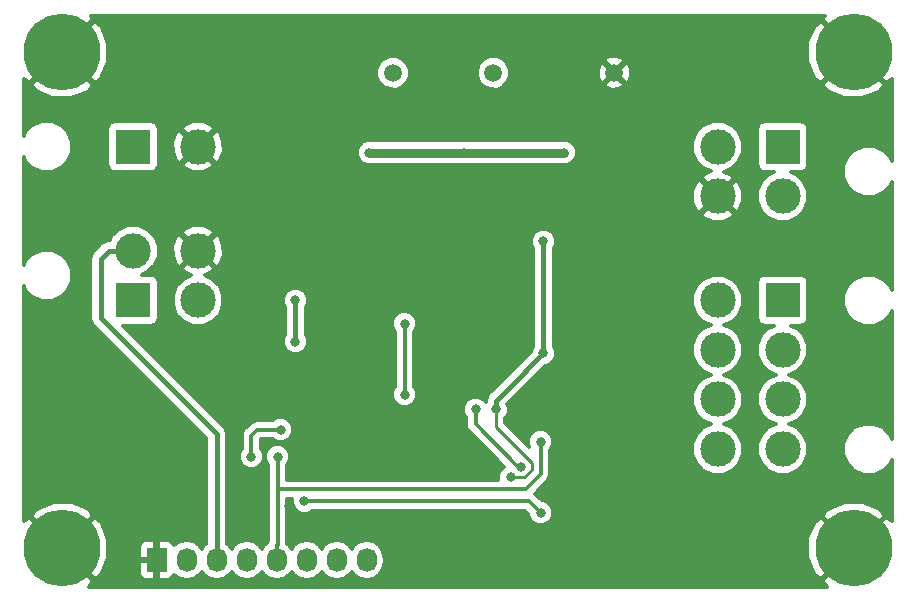
<source format=gbr>
%TF.GenerationSoftware,KiCad,Pcbnew,no-vcs-found*%
%TF.CreationDate,2017-10-06T14:05:24+10:30*%
%TF.ProjectId,clearpath-sc-single-channel,636C656172706174682D73632D73696E,1.0*%
%TF.SameCoordinates,Original*%
%TF.FileFunction,Copper,L2,Bot,Signal*%
%TF.FilePolarity,Positive*%
%FSLAX46Y46*%
G04 Gerber Fmt 4.6, Leading zero omitted, Abs format (unit mm)*
G04 Created by KiCad (PCBNEW no-vcs-found) date Fri Oct  6 14:05:24 2017*
%MOMM*%
%LPD*%
G01*
G04 APERTURE LIST*
%TA.AperFunction,ComponentPad*%
%ADD10R,3.000000X3.000000*%
%TD*%
%TA.AperFunction,ComponentPad*%
%ADD11C,3.000000*%
%TD*%
%TA.AperFunction,ComponentPad*%
%ADD12C,6.500000*%
%TD*%
%TA.AperFunction,ComponentPad*%
%ADD13C,1.500000*%
%TD*%
%TA.AperFunction,ComponentPad*%
%ADD14R,1.727200X2.032000*%
%TD*%
%TA.AperFunction,ComponentPad*%
%ADD15O,1.727200X2.032000*%
%TD*%
%TA.AperFunction,ViaPad*%
%ADD16C,0.800000*%
%TD*%
%TA.AperFunction,Conductor*%
%ADD17C,0.300000*%
%TD*%
%TA.AperFunction,Conductor*%
%ADD18C,0.450000*%
%TD*%
%TA.AperFunction,Conductor*%
%ADD19C,0.800000*%
%TD*%
%TA.AperFunction,Conductor*%
%ADD20C,0.250000*%
%TD*%
%TA.AperFunction,Conductor*%
%ADD21C,0.400000*%
%TD*%
%TA.AperFunction,Conductor*%
%ADD22C,0.350000*%
%TD*%
G04 APERTURE END LIST*
D10*
%TO.P,P4,1*%
%TO.N,MOTOR_RX_B*%
X165000000Y-125000000D03*
D11*
%TO.P,P4,2*%
%TO.N,INPUT_B+*%
X165000000Y-129200000D03*
%TO.P,P4,3*%
%TO.N,INPUT_A+*%
X165000000Y-133400000D03*
%TO.P,P4,4*%
%TO.N,MOTOR_TX_A*%
X165000000Y-137600000D03*
%TO.P,P4,5*%
%TO.N,MOTOR_RX_A*%
X159500000Y-125000000D03*
%TO.P,P4,6*%
%TO.N,INPUT_B-*%
X159500000Y-129200000D03*
%TO.P,P4,7*%
%TO.N,INPUT_A-*%
X159500000Y-133400000D03*
%TO.P,P4,8*%
%TO.N,MOTOR_TX_B*%
X159500000Y-137600000D03*
%TD*%
D10*
%TO.P,P2,1*%
%TO.N,INPUT_A+*%
X110000000Y-125000000D03*
D11*
%TO.P,P2,2*%
%TO.N,+POWER*%
X110000000Y-120800000D03*
%TO.P,P2,3*%
%TO.N,INPUT_A-*%
X115500000Y-125000000D03*
%TO.P,P2,4*%
%TO.N,GND*%
X115500000Y-120800000D03*
%TD*%
D10*
%TO.P,P3,1*%
%TO.N,INPUT_B+*%
X165000000Y-112000000D03*
D11*
%TO.P,P3,2*%
%TO.N,+POWER*%
X165000000Y-116200000D03*
%TO.P,P3,3*%
%TO.N,INPUT_B-*%
X159500000Y-112000000D03*
%TO.P,P3,4*%
%TO.N,GND*%
X159500000Y-116200000D03*
%TD*%
D10*
%TO.P,P1,1*%
%TO.N,Net-(D1-PadA)*%
X110000000Y-112000000D03*
D11*
%TO.P,P1,2*%
%TO.N,GND*%
X115500000Y-112000000D03*
%TD*%
D12*
%TO.P,MNT1,1*%
%TO.N,GND*%
X171000000Y-104000000D03*
%TD*%
%TO.P,MNT2,1*%
%TO.N,GND*%
X171000000Y-146000000D03*
%TD*%
%TO.P,MNT3,1*%
%TO.N,GND*%
X104000000Y-146000000D03*
%TD*%
%TO.P,MNT4,1*%
%TO.N,GND*%
X104000000Y-104000000D03*
%TD*%
D13*
%TO.P,TEST1,1*%
%TO.N,+12V*%
X132000000Y-105750000D03*
%TD*%
%TO.P,TEST2,1*%
%TO.N,+5V*%
X140500000Y-105750000D03*
%TD*%
%TO.P,TEST3,1*%
%TO.N,GND*%
X150750000Y-105750000D03*
%TD*%
D14*
%TO.P,P5,1*%
%TO.N,GND*%
X112000000Y-147000000D03*
D15*
%TO.P,P5,2*%
%TO.N,Net-(P5-Pad2)*%
X114540000Y-147000000D03*
%TO.P,P5,3*%
%TO.N,+POWER*%
X117080000Y-147000000D03*
%TO.P,P5,4*%
%TO.N,SERIAL_TX*%
X119620000Y-147000000D03*
%TO.P,P5,5*%
%TO.N,SERIAL_RX*%
X122160000Y-147000000D03*
%TO.P,P5,6*%
%TO.N,Net-(P5-Pad6)*%
X124700000Y-147000000D03*
%TO.P,P5,7*%
%TO.N,Net-(P5-Pad7)*%
X127240000Y-147000000D03*
%TO.P,P5,8*%
%TO.N,Net-(P5-Pad8)*%
X129780000Y-147000000D03*
%TD*%
D16*
%TO.N,GND*%
X123200000Y-142400000D03*
X148750000Y-142000000D03*
X139000000Y-138474991D03*
X119250000Y-131500000D03*
X106500000Y-139250000D03*
X144750000Y-108000000D03*
X136250000Y-108000000D03*
X143750000Y-117500000D03*
X140500000Y-117000000D03*
X135500000Y-117500000D03*
X132000000Y-117250000D03*
X110500000Y-139250000D03*
X108250000Y-134250000D03*
X150750000Y-137250000D03*
X133250000Y-125750000D03*
X141000000Y-122250000D03*
%TO.N,USB_3V3OUT*%
X120000000Y-138250000D03*
X122500000Y-135975000D03*
%TO.N,+POWER*%
X130000000Y-112500000D03*
X146500000Y-112500000D03*
X138000000Y-112500000D03*
%TO.N,+5V*%
X142000000Y-140000000D03*
X140750000Y-134250000D03*
X144750000Y-119999999D03*
X144750000Y-129500000D03*
%TO.N,Net-(C11-Pad1)*%
X142815686Y-139125012D03*
X139000000Y-134250000D03*
%TO.N,INPUT_A+*%
X123750000Y-128500000D03*
X123750000Y-125000000D03*
%TO.N,Net-(R9-Pad2)*%
X133000006Y-133000000D03*
X133000000Y-127000000D03*
%TO.N,SERIAL_RX*%
X144500000Y-137000000D03*
X122250000Y-138250000D03*
%TO.N,SERIAL_TX*%
X124500000Y-142000000D03*
X144500000Y-143000000D03*
%TD*%
D17*
%TO.N,USB_3V3OUT*%
X122500000Y-135975000D02*
X120525000Y-135975000D01*
X120525000Y-135975000D02*
X120000000Y-136500000D01*
X120000000Y-136500000D02*
X120000000Y-138250000D01*
D18*
%TO.N,+POWER*%
X117080000Y-147000000D02*
X117080000Y-136330000D01*
X117080000Y-136330000D02*
X107250000Y-126500000D01*
X107250000Y-126500000D02*
X107250000Y-121500000D01*
X107250000Y-121500000D02*
X107950000Y-120800000D01*
X107950000Y-120800000D02*
X110000000Y-120800000D01*
D19*
X138000000Y-112500000D02*
X146500000Y-112500000D01*
X130000000Y-112500000D02*
X138000000Y-112500000D01*
D20*
%TO.N,+5V*%
X142000000Y-140000000D02*
X143087700Y-140000000D01*
X143087700Y-140000000D02*
X143750000Y-139337700D01*
X143750000Y-139337700D02*
X143750000Y-138750000D01*
X143750000Y-138750000D02*
X140750000Y-135750000D01*
X140750000Y-135750000D02*
X140750000Y-134250000D01*
D21*
X141750000Y-132500000D02*
X140750000Y-133500000D01*
X140750000Y-133500000D02*
X140750000Y-134250000D01*
X144750000Y-129500000D02*
X141750000Y-132500000D01*
X144750000Y-129500000D02*
X144750000Y-119999999D01*
D22*
%TO.N,Net-(C11-Pad1)*%
X139000000Y-134250000D02*
X139000000Y-135500000D01*
X142625012Y-139125012D02*
X142815686Y-139125012D01*
X139000000Y-135500000D02*
X142625012Y-139125012D01*
D21*
%TO.N,INPUT_A+*%
X123750000Y-125000000D02*
X123750000Y-128500000D01*
D20*
%TO.N,Net-(R9-Pad2)*%
X133000000Y-132999994D02*
X133000006Y-133000000D01*
D17*
X133000000Y-127000000D02*
X133000000Y-132999994D01*
%TO.N,SERIAL_RX*%
X122250000Y-138250000D02*
X122250000Y-145684000D01*
X122250000Y-145684000D02*
X122160000Y-145684000D01*
X122160000Y-145684000D02*
X122160000Y-147000000D01*
X122250000Y-138250000D02*
X122250000Y-141000000D01*
X122250000Y-141000000D02*
X143250000Y-141000000D01*
X143250000Y-141000000D02*
X144500000Y-139750000D01*
X144500000Y-139750000D02*
X144500000Y-137000000D01*
%TO.N,SERIAL_TX*%
X124500000Y-142000000D02*
X143500000Y-142000000D01*
X143500000Y-142000000D02*
X144500000Y-143000000D01*
%TD*%
%TO.N,GND*%
G36*
X168373349Y-101226270D02*
X171000000Y-103852922D01*
X171014142Y-103838779D01*
X171161221Y-103985858D01*
X171147078Y-104000000D01*
X173773730Y-106626651D01*
X174267000Y-106269170D01*
X174267000Y-113209470D01*
X174130530Y-112879188D01*
X173524005Y-112271603D01*
X172731136Y-111942375D01*
X171872630Y-111941626D01*
X171079188Y-112269470D01*
X170471603Y-112875995D01*
X170142375Y-113668864D01*
X170141626Y-114527370D01*
X170469470Y-115320812D01*
X171075995Y-115928397D01*
X171868864Y-116257625D01*
X172727370Y-116258374D01*
X173520812Y-115930530D01*
X174128397Y-115324005D01*
X174267000Y-114990212D01*
X174267000Y-124109470D01*
X174130530Y-123779188D01*
X173524005Y-123171603D01*
X172731136Y-122842375D01*
X171872630Y-122841626D01*
X171079188Y-123169470D01*
X170471603Y-123775995D01*
X170142375Y-124568864D01*
X170141626Y-125427370D01*
X170469470Y-126220812D01*
X171075995Y-126828397D01*
X171868864Y-127157625D01*
X172727370Y-127158374D01*
X173520812Y-126830530D01*
X174128397Y-126224005D01*
X174267000Y-125890212D01*
X174267000Y-136709470D01*
X174130530Y-136379188D01*
X173524005Y-135771603D01*
X172731136Y-135442375D01*
X171872630Y-135441626D01*
X171079188Y-135769470D01*
X170471603Y-136375995D01*
X170142375Y-137168864D01*
X170141626Y-138027370D01*
X170469470Y-138820812D01*
X171075995Y-139428397D01*
X171868864Y-139757625D01*
X172727370Y-139758374D01*
X173520812Y-139430530D01*
X174128397Y-138824005D01*
X174267000Y-138490212D01*
X174267000Y-143730830D01*
X173773730Y-143373349D01*
X171147078Y-146000000D01*
X171161221Y-146014142D01*
X171014142Y-146161221D01*
X171000000Y-146147078D01*
X168373349Y-148773730D01*
X168730830Y-149267000D01*
X106269170Y-149267000D01*
X106626651Y-148773730D01*
X104000000Y-146147078D01*
X103985858Y-146161221D01*
X103838779Y-146014142D01*
X103852922Y-146000000D01*
X104147078Y-146000000D01*
X106773730Y-148626651D01*
X107283610Y-148257132D01*
X107708449Y-147268500D01*
X110478400Y-147268500D01*
X110478400Y-148146884D01*
X110578574Y-148388727D01*
X110763673Y-148573825D01*
X111005515Y-148674000D01*
X111731500Y-148674000D01*
X111896000Y-148509500D01*
X111896000Y-147104000D01*
X110642900Y-147104000D01*
X110478400Y-147268500D01*
X107708449Y-147268500D01*
X107897427Y-146828735D01*
X107910273Y-145853116D01*
X110478400Y-145853116D01*
X110478400Y-146731500D01*
X110642900Y-146896000D01*
X111896000Y-146896000D01*
X111896000Y-145490500D01*
X111731500Y-145326000D01*
X111005515Y-145326000D01*
X110763673Y-145426175D01*
X110578574Y-145611273D01*
X110478400Y-145853116D01*
X107910273Y-145853116D01*
X107917896Y-145274170D01*
X107341901Y-143830107D01*
X107283610Y-143742868D01*
X106773730Y-143373349D01*
X104147078Y-146000000D01*
X103852922Y-146000000D01*
X101226270Y-143373349D01*
X100733000Y-143730830D01*
X100733000Y-143226270D01*
X101373349Y-143226270D01*
X104000000Y-145852922D01*
X106626651Y-143226270D01*
X106257132Y-142716390D01*
X104828735Y-142102573D01*
X103274170Y-142082104D01*
X101830107Y-142658099D01*
X101742868Y-142716390D01*
X101373349Y-143226270D01*
X100733000Y-143226270D01*
X100733000Y-123790530D01*
X100869470Y-124120812D01*
X101475995Y-124728397D01*
X102268864Y-125057625D01*
X103127370Y-125058374D01*
X103920812Y-124730530D01*
X104528397Y-124124005D01*
X104857625Y-123331136D01*
X104858374Y-122472630D01*
X104530530Y-121679188D01*
X104351655Y-121500000D01*
X106367000Y-121500000D01*
X106367000Y-126500000D01*
X106434214Y-126837910D01*
X106625625Y-127124375D01*
X116197000Y-136695751D01*
X116197000Y-145609956D01*
X116004066Y-145738870D01*
X115810000Y-146029311D01*
X115615934Y-145738870D01*
X115122291Y-145409029D01*
X114540000Y-145293204D01*
X113957709Y-145409029D01*
X113472064Y-145733526D01*
X113421426Y-145611273D01*
X113236327Y-145426175D01*
X112994485Y-145326000D01*
X112268500Y-145326000D01*
X112104000Y-145490500D01*
X112104000Y-146896000D01*
X112124000Y-146896000D01*
X112124000Y-147104000D01*
X112104000Y-147104000D01*
X112104000Y-148509500D01*
X112268500Y-148674000D01*
X112994485Y-148674000D01*
X113236327Y-148573825D01*
X113421426Y-148388727D01*
X113472064Y-148266474D01*
X113957709Y-148590971D01*
X114540000Y-148706796D01*
X115122291Y-148590971D01*
X115615934Y-148261130D01*
X115810000Y-147970689D01*
X116004066Y-148261130D01*
X116497709Y-148590971D01*
X117080000Y-148706796D01*
X117662291Y-148590971D01*
X118155934Y-148261130D01*
X118350000Y-147970689D01*
X118544066Y-148261130D01*
X119037709Y-148590971D01*
X119620000Y-148706796D01*
X120202291Y-148590971D01*
X120695934Y-148261130D01*
X120890000Y-147970689D01*
X121084066Y-148261130D01*
X121577709Y-148590971D01*
X122160000Y-148706796D01*
X122742291Y-148590971D01*
X123235934Y-148261130D01*
X123430000Y-147970689D01*
X123624066Y-148261130D01*
X124117709Y-148590971D01*
X124700000Y-148706796D01*
X125282291Y-148590971D01*
X125775934Y-148261130D01*
X125970000Y-147970689D01*
X126164066Y-148261130D01*
X126657709Y-148590971D01*
X127240000Y-148706796D01*
X127822291Y-148590971D01*
X128315934Y-148261130D01*
X128510000Y-147970689D01*
X128704066Y-148261130D01*
X129197709Y-148590971D01*
X129780000Y-148706796D01*
X130362291Y-148590971D01*
X130855934Y-148261130D01*
X131185775Y-147767487D01*
X131301600Y-147185196D01*
X131301600Y-146814804D01*
X131283902Y-146725830D01*
X167082104Y-146725830D01*
X167658099Y-148169893D01*
X167716390Y-148257132D01*
X168226270Y-148626651D01*
X170852922Y-146000000D01*
X168226270Y-143373349D01*
X167716390Y-143742868D01*
X167102573Y-145171265D01*
X167082104Y-146725830D01*
X131283902Y-146725830D01*
X131185775Y-146232513D01*
X130855934Y-145738870D01*
X130362291Y-145409029D01*
X129780000Y-145293204D01*
X129197709Y-145409029D01*
X128704066Y-145738870D01*
X128510000Y-146029311D01*
X128315934Y-145738870D01*
X127822291Y-145409029D01*
X127240000Y-145293204D01*
X126657709Y-145409029D01*
X126164066Y-145738870D01*
X125970000Y-146029311D01*
X125775934Y-145738870D01*
X125282291Y-145409029D01*
X124700000Y-145293204D01*
X124117709Y-145409029D01*
X123624066Y-145738870D01*
X123430000Y-146029311D01*
X123235934Y-145738870D01*
X123058000Y-145619979D01*
X123058000Y-141808000D01*
X123442167Y-141808000D01*
X123441817Y-142209526D01*
X123602549Y-142598526D01*
X123899909Y-142896405D01*
X124288628Y-143057816D01*
X124709526Y-143058183D01*
X125098526Y-142897451D01*
X125188133Y-142808000D01*
X143165316Y-142808000D01*
X143441926Y-143084610D01*
X143441817Y-143209526D01*
X143602549Y-143598526D01*
X143899909Y-143896405D01*
X144288628Y-144057816D01*
X144709526Y-144058183D01*
X145098526Y-143897451D01*
X145396405Y-143600091D01*
X145551629Y-143226270D01*
X168373349Y-143226270D01*
X171000000Y-145852922D01*
X173626651Y-143226270D01*
X173257132Y-142716390D01*
X171828735Y-142102573D01*
X170274170Y-142082104D01*
X168830107Y-142658099D01*
X168742868Y-142716390D01*
X168373349Y-143226270D01*
X145551629Y-143226270D01*
X145557816Y-143211372D01*
X145558183Y-142790474D01*
X145397451Y-142401474D01*
X145100091Y-142103595D01*
X144711372Y-141942184D01*
X144584758Y-141942074D01*
X144071342Y-141428658D01*
X144007011Y-141385673D01*
X145071342Y-140321342D01*
X145246495Y-140059209D01*
X145308000Y-139750000D01*
X145308000Y-137688342D01*
X145396405Y-137600091D01*
X145557816Y-137211372D01*
X145558183Y-136790474D01*
X145397451Y-136401474D01*
X145100091Y-136103595D01*
X144711372Y-135942184D01*
X144290474Y-135941817D01*
X143901474Y-136102549D01*
X143603595Y-136399909D01*
X143442184Y-136788628D01*
X143441817Y-137209526D01*
X143529807Y-137422478D01*
X141533000Y-135425670D01*
X141533000Y-134963298D01*
X141646405Y-134850091D01*
X141807816Y-134461372D01*
X141808183Y-134040474D01*
X141695539Y-133767856D01*
X142356695Y-133106700D01*
X142356698Y-133106698D01*
X144905259Y-130558136D01*
X144959526Y-130558183D01*
X145348526Y-130397451D01*
X145646405Y-130100091D01*
X145807816Y-129711372D01*
X145808183Y-129290474D01*
X145647451Y-128901474D01*
X145608000Y-128861954D01*
X145608000Y-125427370D01*
X157341626Y-125427370D01*
X157669470Y-126220812D01*
X158275995Y-126828397D01*
X158930719Y-127100262D01*
X158279188Y-127369470D01*
X157671603Y-127975995D01*
X157342375Y-128768864D01*
X157341626Y-129627370D01*
X157669470Y-130420812D01*
X158275995Y-131028397D01*
X158930719Y-131300262D01*
X158279188Y-131569470D01*
X157671603Y-132175995D01*
X157342375Y-132968864D01*
X157341626Y-133827370D01*
X157669470Y-134620812D01*
X158275995Y-135228397D01*
X158930719Y-135500262D01*
X158279188Y-135769470D01*
X157671603Y-136375995D01*
X157342375Y-137168864D01*
X157341626Y-138027370D01*
X157669470Y-138820812D01*
X158275995Y-139428397D01*
X159068864Y-139757625D01*
X159927370Y-139758374D01*
X160720812Y-139430530D01*
X161328397Y-138824005D01*
X161657625Y-138031136D01*
X161658374Y-137172630D01*
X161330530Y-136379188D01*
X160724005Y-135771603D01*
X160069281Y-135499738D01*
X160720812Y-135230530D01*
X161328397Y-134624005D01*
X161657625Y-133831136D01*
X161658374Y-132972630D01*
X161330530Y-132179188D01*
X160724005Y-131571603D01*
X160069281Y-131299738D01*
X160720812Y-131030530D01*
X161328397Y-130424005D01*
X161657625Y-129631136D01*
X161658374Y-128772630D01*
X161330530Y-127979188D01*
X160724005Y-127371603D01*
X160069281Y-127099738D01*
X160720812Y-126830530D01*
X161328397Y-126224005D01*
X161657625Y-125431136D01*
X161658374Y-124572630D01*
X161330530Y-123779188D01*
X161051830Y-123500000D01*
X162829110Y-123500000D01*
X162829110Y-126500000D01*
X162880178Y-126756738D01*
X163025609Y-126974391D01*
X163243262Y-127119822D01*
X163500000Y-127170890D01*
X164259788Y-127170890D01*
X163779188Y-127369470D01*
X163171603Y-127975995D01*
X162842375Y-128768864D01*
X162841626Y-129627370D01*
X163169470Y-130420812D01*
X163775995Y-131028397D01*
X164430719Y-131300262D01*
X163779188Y-131569470D01*
X163171603Y-132175995D01*
X162842375Y-132968864D01*
X162841626Y-133827370D01*
X163169470Y-134620812D01*
X163775995Y-135228397D01*
X164430719Y-135500262D01*
X163779188Y-135769470D01*
X163171603Y-136375995D01*
X162842375Y-137168864D01*
X162841626Y-138027370D01*
X163169470Y-138820812D01*
X163775995Y-139428397D01*
X164568864Y-139757625D01*
X165427370Y-139758374D01*
X166220812Y-139430530D01*
X166828397Y-138824005D01*
X167157625Y-138031136D01*
X167158374Y-137172630D01*
X166830530Y-136379188D01*
X166224005Y-135771603D01*
X165569281Y-135499738D01*
X166220812Y-135230530D01*
X166828397Y-134624005D01*
X167157625Y-133831136D01*
X167158374Y-132972630D01*
X166830530Y-132179188D01*
X166224005Y-131571603D01*
X165569281Y-131299738D01*
X166220812Y-131030530D01*
X166828397Y-130424005D01*
X167157625Y-129631136D01*
X167158374Y-128772630D01*
X166830530Y-127979188D01*
X166224005Y-127371603D01*
X165740634Y-127170890D01*
X166500000Y-127170890D01*
X166756738Y-127119822D01*
X166974391Y-126974391D01*
X167119822Y-126756738D01*
X167170890Y-126500000D01*
X167170890Y-123500000D01*
X167119822Y-123243262D01*
X166974391Y-123025609D01*
X166756738Y-122880178D01*
X166500000Y-122829110D01*
X163500000Y-122829110D01*
X163243262Y-122880178D01*
X163025609Y-123025609D01*
X162880178Y-123243262D01*
X162829110Y-123500000D01*
X161051830Y-123500000D01*
X160724005Y-123171603D01*
X159931136Y-122842375D01*
X159072630Y-122841626D01*
X158279188Y-123169470D01*
X157671603Y-123775995D01*
X157342375Y-124568864D01*
X157341626Y-125427370D01*
X145608000Y-125427370D01*
X145608000Y-120638428D01*
X145646405Y-120600090D01*
X145807816Y-120211371D01*
X145808183Y-119790473D01*
X145647451Y-119401473D01*
X145350091Y-119103594D01*
X144961372Y-118942183D01*
X144540474Y-118941816D01*
X144151474Y-119102548D01*
X143853595Y-119399908D01*
X143692184Y-119788627D01*
X143691817Y-120209525D01*
X143852549Y-120598525D01*
X143892000Y-120638045D01*
X143892000Y-128861571D01*
X143853595Y-128899909D01*
X143692184Y-129288628D01*
X143692135Y-129344470D01*
X141143302Y-131893302D01*
X141143300Y-131893305D01*
X140143302Y-132893302D01*
X139957311Y-133171657D01*
X139891999Y-133500000D01*
X139892000Y-133500005D01*
X139892000Y-133611571D01*
X139874779Y-133628762D01*
X139600091Y-133353595D01*
X139211372Y-133192184D01*
X138790474Y-133191817D01*
X138401474Y-133352549D01*
X138103595Y-133649909D01*
X137942184Y-134038628D01*
X137941817Y-134459526D01*
X138102549Y-134848526D01*
X138167000Y-134913089D01*
X138167000Y-135500000D01*
X138230408Y-135818776D01*
X138410980Y-136089020D01*
X141417774Y-139095814D01*
X141401474Y-139102549D01*
X141103595Y-139399909D01*
X140942184Y-139788628D01*
X140941832Y-140192000D01*
X123058000Y-140192000D01*
X123058000Y-138938342D01*
X123146405Y-138850091D01*
X123307816Y-138461372D01*
X123308183Y-138040474D01*
X123147451Y-137651474D01*
X122850091Y-137353595D01*
X122461372Y-137192184D01*
X122040474Y-137191817D01*
X121651474Y-137352549D01*
X121353595Y-137649909D01*
X121192184Y-138038628D01*
X121191817Y-138459526D01*
X121352549Y-138848526D01*
X121442000Y-138938133D01*
X121442000Y-145332146D01*
X121413505Y-145374792D01*
X121380482Y-145540812D01*
X121084066Y-145738870D01*
X120890000Y-146029311D01*
X120695934Y-145738870D01*
X120202291Y-145409029D01*
X119620000Y-145293204D01*
X119037709Y-145409029D01*
X118544066Y-145738870D01*
X118350000Y-146029311D01*
X118155934Y-145738870D01*
X117963000Y-145609956D01*
X117963000Y-138459526D01*
X118941817Y-138459526D01*
X119102549Y-138848526D01*
X119399909Y-139146405D01*
X119788628Y-139307816D01*
X120209526Y-139308183D01*
X120598526Y-139147451D01*
X120896405Y-138850091D01*
X121057816Y-138461372D01*
X121058183Y-138040474D01*
X120897451Y-137651474D01*
X120808000Y-137561867D01*
X120808000Y-136834684D01*
X120859684Y-136783000D01*
X121811658Y-136783000D01*
X121899909Y-136871405D01*
X122288628Y-137032816D01*
X122709526Y-137033183D01*
X123098526Y-136872451D01*
X123396405Y-136575091D01*
X123557816Y-136186372D01*
X123558183Y-135765474D01*
X123397451Y-135376474D01*
X123100091Y-135078595D01*
X122711372Y-134917184D01*
X122290474Y-134916817D01*
X121901474Y-135077549D01*
X121811867Y-135167000D01*
X120525000Y-135167000D01*
X120215791Y-135228505D01*
X119953658Y-135403658D01*
X119428658Y-135928658D01*
X119253505Y-136190791D01*
X119253505Y-136190792D01*
X119192000Y-136500000D01*
X119192000Y-137561658D01*
X119103595Y-137649909D01*
X118942184Y-138038628D01*
X118941817Y-138459526D01*
X117963000Y-138459526D01*
X117963000Y-136330000D01*
X117895786Y-135992091D01*
X117832271Y-135897035D01*
X117704375Y-135705624D01*
X109169640Y-127170890D01*
X111500000Y-127170890D01*
X111756738Y-127119822D01*
X111974391Y-126974391D01*
X112119822Y-126756738D01*
X112170890Y-126500000D01*
X112170890Y-125427370D01*
X113341626Y-125427370D01*
X113669470Y-126220812D01*
X114275995Y-126828397D01*
X115068864Y-127157625D01*
X115927370Y-127158374D01*
X116720812Y-126830530D01*
X117328397Y-126224005D01*
X117657625Y-125431136D01*
X117657818Y-125209526D01*
X122691817Y-125209526D01*
X122852549Y-125598526D01*
X122892000Y-125638046D01*
X122892000Y-127861571D01*
X122853595Y-127899909D01*
X122692184Y-128288628D01*
X122691817Y-128709526D01*
X122852549Y-129098526D01*
X123149909Y-129396405D01*
X123538628Y-129557816D01*
X123959526Y-129558183D01*
X124348526Y-129397451D01*
X124646405Y-129100091D01*
X124807816Y-128711372D01*
X124808183Y-128290474D01*
X124647451Y-127901474D01*
X124608000Y-127861954D01*
X124608000Y-127209526D01*
X131941817Y-127209526D01*
X132102549Y-127598526D01*
X132192000Y-127688133D01*
X132192000Y-132311664D01*
X132103601Y-132399909D01*
X131942190Y-132788628D01*
X131941823Y-133209526D01*
X132102555Y-133598526D01*
X132399915Y-133896405D01*
X132788634Y-134057816D01*
X133209532Y-134058183D01*
X133598532Y-133897451D01*
X133896411Y-133600091D01*
X134057822Y-133211372D01*
X134058189Y-132790474D01*
X133897457Y-132401474D01*
X133808000Y-132311861D01*
X133808000Y-127688342D01*
X133896405Y-127600091D01*
X134057816Y-127211372D01*
X134058183Y-126790474D01*
X133897451Y-126401474D01*
X133600091Y-126103595D01*
X133211372Y-125942184D01*
X132790474Y-125941817D01*
X132401474Y-126102549D01*
X132103595Y-126399909D01*
X131942184Y-126788628D01*
X131941817Y-127209526D01*
X124608000Y-127209526D01*
X124608000Y-125638429D01*
X124646405Y-125600091D01*
X124807816Y-125211372D01*
X124808183Y-124790474D01*
X124647451Y-124401474D01*
X124350091Y-124103595D01*
X123961372Y-123942184D01*
X123540474Y-123941817D01*
X123151474Y-124102549D01*
X122853595Y-124399909D01*
X122692184Y-124788628D01*
X122691817Y-125209526D01*
X117657818Y-125209526D01*
X117658374Y-124572630D01*
X117330530Y-123779188D01*
X116724005Y-123171603D01*
X116073995Y-122901695D01*
X116707708Y-122639202D01*
X116864094Y-122311172D01*
X115500000Y-120947078D01*
X114135906Y-122311172D01*
X114292292Y-122639202D01*
X114933884Y-122898955D01*
X114279188Y-123169470D01*
X113671603Y-123775995D01*
X113342375Y-124568864D01*
X113341626Y-125427370D01*
X112170890Y-125427370D01*
X112170890Y-123500000D01*
X112119822Y-123243262D01*
X111974391Y-123025609D01*
X111756738Y-122880178D01*
X111500000Y-122829110D01*
X110740212Y-122829110D01*
X111220812Y-122630530D01*
X111828397Y-122024005D01*
X112157625Y-121231136D01*
X112158360Y-120388056D01*
X113338628Y-120388056D01*
X113345509Y-121246534D01*
X113660798Y-122007708D01*
X113988828Y-122164094D01*
X115352922Y-120800000D01*
X115647078Y-120800000D01*
X117011172Y-122164094D01*
X117339202Y-122007708D01*
X117661372Y-121211944D01*
X117654491Y-120353466D01*
X117339202Y-119592292D01*
X117011172Y-119435906D01*
X115647078Y-120800000D01*
X115352922Y-120800000D01*
X113988828Y-119435906D01*
X113660798Y-119592292D01*
X113338628Y-120388056D01*
X112158360Y-120388056D01*
X112158374Y-120372630D01*
X111830530Y-119579188D01*
X111540677Y-119288828D01*
X114135906Y-119288828D01*
X115500000Y-120652922D01*
X116864094Y-119288828D01*
X116707708Y-118960798D01*
X115911944Y-118638628D01*
X115053466Y-118645509D01*
X114292292Y-118960798D01*
X114135906Y-119288828D01*
X111540677Y-119288828D01*
X111224005Y-118971603D01*
X110431136Y-118642375D01*
X109572630Y-118641626D01*
X108779188Y-118969470D01*
X108171603Y-119575995D01*
X108030005Y-119917000D01*
X107950000Y-119917000D01*
X107612091Y-119984214D01*
X107517035Y-120047729D01*
X107325624Y-120175625D01*
X106625625Y-120875625D01*
X106434214Y-121162090D01*
X106421229Y-121227370D01*
X106367000Y-121500000D01*
X104351655Y-121500000D01*
X103924005Y-121071603D01*
X103131136Y-120742375D01*
X102272630Y-120741626D01*
X101479188Y-121069470D01*
X100871603Y-121675995D01*
X100733000Y-122009788D01*
X100733000Y-117711172D01*
X158135906Y-117711172D01*
X158292292Y-118039202D01*
X159088056Y-118361372D01*
X159946534Y-118354491D01*
X160707708Y-118039202D01*
X160864094Y-117711172D01*
X159500000Y-116347078D01*
X158135906Y-117711172D01*
X100733000Y-117711172D01*
X100733000Y-115788056D01*
X157338628Y-115788056D01*
X157345509Y-116646534D01*
X157660798Y-117407708D01*
X157988828Y-117564094D01*
X159352922Y-116200000D01*
X159647078Y-116200000D01*
X161011172Y-117564094D01*
X161339202Y-117407708D01*
X161661372Y-116611944D01*
X161654491Y-115753466D01*
X161339202Y-114992292D01*
X161011172Y-114835906D01*
X159647078Y-116200000D01*
X159352922Y-116200000D01*
X157988828Y-114835906D01*
X157660798Y-114992292D01*
X157338628Y-115788056D01*
X100733000Y-115788056D01*
X100733000Y-112890530D01*
X100869470Y-113220812D01*
X101475995Y-113828397D01*
X102268864Y-114157625D01*
X103127370Y-114158374D01*
X103920812Y-113830530D01*
X104528397Y-113224005D01*
X104857625Y-112431136D01*
X104858374Y-111572630D01*
X104530530Y-110779188D01*
X104251830Y-110500000D01*
X107829110Y-110500000D01*
X107829110Y-113500000D01*
X107880178Y-113756738D01*
X108025609Y-113974391D01*
X108243262Y-114119822D01*
X108500000Y-114170890D01*
X111500000Y-114170890D01*
X111756738Y-114119822D01*
X111974391Y-113974391D01*
X112119822Y-113756738D01*
X112168667Y-113511172D01*
X114135906Y-113511172D01*
X114292292Y-113839202D01*
X115088056Y-114161372D01*
X115946534Y-114154491D01*
X116707708Y-113839202D01*
X116864094Y-113511172D01*
X115500000Y-112147078D01*
X114135906Y-113511172D01*
X112168667Y-113511172D01*
X112170890Y-113500000D01*
X112170890Y-111588056D01*
X113338628Y-111588056D01*
X113345509Y-112446534D01*
X113660798Y-113207708D01*
X113988828Y-113364094D01*
X115352922Y-112000000D01*
X115647078Y-112000000D01*
X117011172Y-113364094D01*
X117339202Y-113207708D01*
X117540894Y-112709526D01*
X128941817Y-112709526D01*
X129102549Y-113098526D01*
X129399909Y-113396405D01*
X129595119Y-113477464D01*
X129595121Y-113477465D01*
X129595123Y-113477465D01*
X129788628Y-113557816D01*
X130209526Y-113558183D01*
X130209969Y-113558000D01*
X137999650Y-113558000D01*
X138209526Y-113558183D01*
X138209969Y-113558000D01*
X146499650Y-113558000D01*
X146709526Y-113558183D01*
X146904877Y-113477465D01*
X146904879Y-113477465D01*
X146904881Y-113477464D01*
X147098526Y-113397451D01*
X147396405Y-113100091D01*
X147477464Y-112904881D01*
X147477465Y-112904879D01*
X147477465Y-112904877D01*
X147557816Y-112711372D01*
X147558063Y-112427370D01*
X157341626Y-112427370D01*
X157669470Y-113220812D01*
X158275995Y-113828397D01*
X158926005Y-114098305D01*
X158292292Y-114360798D01*
X158135906Y-114688828D01*
X159500000Y-116052922D01*
X160864094Y-114688828D01*
X160707708Y-114360798D01*
X160066116Y-114101045D01*
X160720812Y-113830530D01*
X161328397Y-113224005D01*
X161657625Y-112431136D01*
X161658374Y-111572630D01*
X161330530Y-110779188D01*
X161051830Y-110500000D01*
X162829110Y-110500000D01*
X162829110Y-113500000D01*
X162880178Y-113756738D01*
X163025609Y-113974391D01*
X163243262Y-114119822D01*
X163500000Y-114170890D01*
X164259788Y-114170890D01*
X163779188Y-114369470D01*
X163171603Y-114975995D01*
X162842375Y-115768864D01*
X162841626Y-116627370D01*
X163169470Y-117420812D01*
X163775995Y-118028397D01*
X164568864Y-118357625D01*
X165427370Y-118358374D01*
X166220812Y-118030530D01*
X166828397Y-117424005D01*
X167157625Y-116631136D01*
X167158374Y-115772630D01*
X166830530Y-114979188D01*
X166224005Y-114371603D01*
X165740634Y-114170890D01*
X166500000Y-114170890D01*
X166756738Y-114119822D01*
X166974391Y-113974391D01*
X167119822Y-113756738D01*
X167170890Y-113500000D01*
X167170890Y-110500000D01*
X167119822Y-110243262D01*
X166974391Y-110025609D01*
X166756738Y-109880178D01*
X166500000Y-109829110D01*
X163500000Y-109829110D01*
X163243262Y-109880178D01*
X163025609Y-110025609D01*
X162880178Y-110243262D01*
X162829110Y-110500000D01*
X161051830Y-110500000D01*
X160724005Y-110171603D01*
X159931136Y-109842375D01*
X159072630Y-109841626D01*
X158279188Y-110169470D01*
X157671603Y-110775995D01*
X157342375Y-111568864D01*
X157341626Y-112427370D01*
X147558063Y-112427370D01*
X147558183Y-112290474D01*
X147397451Y-111901474D01*
X147100091Y-111603595D01*
X146904881Y-111522536D01*
X146904879Y-111522535D01*
X146904877Y-111522535D01*
X146711372Y-111442184D01*
X146290474Y-111441817D01*
X146290031Y-111442000D01*
X138000350Y-111442000D01*
X137790474Y-111441817D01*
X137790031Y-111442000D01*
X130000350Y-111442000D01*
X129790474Y-111441817D01*
X129595123Y-111522535D01*
X129595121Y-111522535D01*
X129595119Y-111522536D01*
X129401474Y-111602549D01*
X129103595Y-111899909D01*
X129022536Y-112095119D01*
X129022535Y-112095121D01*
X129022535Y-112095123D01*
X128942184Y-112288628D01*
X128941817Y-112709526D01*
X117540894Y-112709526D01*
X117661372Y-112411944D01*
X117654491Y-111553466D01*
X117339202Y-110792292D01*
X117011172Y-110635906D01*
X115647078Y-112000000D01*
X115352922Y-112000000D01*
X113988828Y-110635906D01*
X113660798Y-110792292D01*
X113338628Y-111588056D01*
X112170890Y-111588056D01*
X112170890Y-110500000D01*
X112168668Y-110488828D01*
X114135906Y-110488828D01*
X115500000Y-111852922D01*
X116864094Y-110488828D01*
X116707708Y-110160798D01*
X115911944Y-109838628D01*
X115053466Y-109845509D01*
X114292292Y-110160798D01*
X114135906Y-110488828D01*
X112168668Y-110488828D01*
X112119822Y-110243262D01*
X111974391Y-110025609D01*
X111756738Y-109880178D01*
X111500000Y-109829110D01*
X108500000Y-109829110D01*
X108243262Y-109880178D01*
X108025609Y-110025609D01*
X107880178Y-110243262D01*
X107829110Y-110500000D01*
X104251830Y-110500000D01*
X103924005Y-110171603D01*
X103131136Y-109842375D01*
X102272630Y-109841626D01*
X101479188Y-110169470D01*
X100871603Y-110775995D01*
X100733000Y-111109788D01*
X100733000Y-106773730D01*
X101373349Y-106773730D01*
X101742868Y-107283610D01*
X103171265Y-107897427D01*
X104725830Y-107917896D01*
X106169893Y-107341901D01*
X106257132Y-107283610D01*
X106626651Y-106773730D01*
X104000000Y-104147078D01*
X101373349Y-106773730D01*
X100733000Y-106773730D01*
X100733000Y-106269170D01*
X101226270Y-106626651D01*
X103852922Y-104000000D01*
X104147078Y-104000000D01*
X106773730Y-106626651D01*
X107283610Y-106257132D01*
X107381712Y-106028840D01*
X130591756Y-106028840D01*
X130805660Y-106546526D01*
X131201391Y-106942948D01*
X131718703Y-107157755D01*
X132278840Y-107158244D01*
X132796526Y-106944340D01*
X133192948Y-106548609D01*
X133407755Y-106031297D01*
X133407757Y-106028840D01*
X139091756Y-106028840D01*
X139305660Y-106546526D01*
X139701391Y-106942948D01*
X140218703Y-107157755D01*
X140778840Y-107158244D01*
X141296526Y-106944340D01*
X141521940Y-106719318D01*
X149927761Y-106719318D01*
X149992539Y-106969490D01*
X150516876Y-107166529D01*
X151076704Y-107147915D01*
X151507461Y-106969490D01*
X151558149Y-106773730D01*
X168373349Y-106773730D01*
X168742868Y-107283610D01*
X170171265Y-107897427D01*
X171725830Y-107917896D01*
X173169893Y-107341901D01*
X173257132Y-107283610D01*
X173626651Y-106773730D01*
X171000000Y-104147078D01*
X168373349Y-106773730D01*
X151558149Y-106773730D01*
X151572239Y-106719318D01*
X150750000Y-105897078D01*
X149927761Y-106719318D01*
X141521940Y-106719318D01*
X141692948Y-106548609D01*
X141907755Y-106031297D01*
X141908204Y-105516876D01*
X149333471Y-105516876D01*
X149352085Y-106076704D01*
X149530510Y-106507461D01*
X149780682Y-106572239D01*
X150602922Y-105750000D01*
X150897078Y-105750000D01*
X151719318Y-106572239D01*
X151969490Y-106507461D01*
X152166529Y-105983124D01*
X152147915Y-105423296D01*
X151969490Y-104992539D01*
X151719318Y-104927761D01*
X150897078Y-105750000D01*
X150602922Y-105750000D01*
X149780682Y-104927761D01*
X149530510Y-104992539D01*
X149333471Y-105516876D01*
X141908204Y-105516876D01*
X141908244Y-105471160D01*
X141694340Y-104953474D01*
X141521850Y-104780682D01*
X149927761Y-104780682D01*
X150750000Y-105602922D01*
X151572239Y-104780682D01*
X151558036Y-104725830D01*
X167082104Y-104725830D01*
X167658099Y-106169893D01*
X167716390Y-106257132D01*
X168226270Y-106626651D01*
X170852922Y-104000000D01*
X168226270Y-101373349D01*
X167716390Y-101742868D01*
X167102573Y-103171265D01*
X167082104Y-104725830D01*
X151558036Y-104725830D01*
X151507461Y-104530510D01*
X150983124Y-104333471D01*
X150423296Y-104352085D01*
X149992539Y-104530510D01*
X149927761Y-104780682D01*
X141521850Y-104780682D01*
X141298609Y-104557052D01*
X140781297Y-104342245D01*
X140221160Y-104341756D01*
X139703474Y-104555660D01*
X139307052Y-104951391D01*
X139092245Y-105468703D01*
X139091756Y-106028840D01*
X133407757Y-106028840D01*
X133408244Y-105471160D01*
X133194340Y-104953474D01*
X132798609Y-104557052D01*
X132281297Y-104342245D01*
X131721160Y-104341756D01*
X131203474Y-104555660D01*
X130807052Y-104951391D01*
X130592245Y-105468703D01*
X130591756Y-106028840D01*
X107381712Y-106028840D01*
X107897427Y-104828735D01*
X107917896Y-103274170D01*
X107341901Y-101830107D01*
X107283610Y-101742868D01*
X106773730Y-101373349D01*
X104147078Y-104000000D01*
X103852922Y-104000000D01*
X103838779Y-103985858D01*
X103985858Y-103838779D01*
X104000000Y-103852922D01*
X106626651Y-101226270D01*
X106414113Y-100933000D01*
X168585887Y-100933000D01*
X168373349Y-101226270D01*
X168373349Y-101226270D01*
G37*
X168373349Y-101226270D02*
X171000000Y-103852922D01*
X171014142Y-103838779D01*
X171161221Y-103985858D01*
X171147078Y-104000000D01*
X173773730Y-106626651D01*
X174267000Y-106269170D01*
X174267000Y-113209470D01*
X174130530Y-112879188D01*
X173524005Y-112271603D01*
X172731136Y-111942375D01*
X171872630Y-111941626D01*
X171079188Y-112269470D01*
X170471603Y-112875995D01*
X170142375Y-113668864D01*
X170141626Y-114527370D01*
X170469470Y-115320812D01*
X171075995Y-115928397D01*
X171868864Y-116257625D01*
X172727370Y-116258374D01*
X173520812Y-115930530D01*
X174128397Y-115324005D01*
X174267000Y-114990212D01*
X174267000Y-124109470D01*
X174130530Y-123779188D01*
X173524005Y-123171603D01*
X172731136Y-122842375D01*
X171872630Y-122841626D01*
X171079188Y-123169470D01*
X170471603Y-123775995D01*
X170142375Y-124568864D01*
X170141626Y-125427370D01*
X170469470Y-126220812D01*
X171075995Y-126828397D01*
X171868864Y-127157625D01*
X172727370Y-127158374D01*
X173520812Y-126830530D01*
X174128397Y-126224005D01*
X174267000Y-125890212D01*
X174267000Y-136709470D01*
X174130530Y-136379188D01*
X173524005Y-135771603D01*
X172731136Y-135442375D01*
X171872630Y-135441626D01*
X171079188Y-135769470D01*
X170471603Y-136375995D01*
X170142375Y-137168864D01*
X170141626Y-138027370D01*
X170469470Y-138820812D01*
X171075995Y-139428397D01*
X171868864Y-139757625D01*
X172727370Y-139758374D01*
X173520812Y-139430530D01*
X174128397Y-138824005D01*
X174267000Y-138490212D01*
X174267000Y-143730830D01*
X173773730Y-143373349D01*
X171147078Y-146000000D01*
X171161221Y-146014142D01*
X171014142Y-146161221D01*
X171000000Y-146147078D01*
X168373349Y-148773730D01*
X168730830Y-149267000D01*
X106269170Y-149267000D01*
X106626651Y-148773730D01*
X104000000Y-146147078D01*
X103985858Y-146161221D01*
X103838779Y-146014142D01*
X103852922Y-146000000D01*
X104147078Y-146000000D01*
X106773730Y-148626651D01*
X107283610Y-148257132D01*
X107708449Y-147268500D01*
X110478400Y-147268500D01*
X110478400Y-148146884D01*
X110578574Y-148388727D01*
X110763673Y-148573825D01*
X111005515Y-148674000D01*
X111731500Y-148674000D01*
X111896000Y-148509500D01*
X111896000Y-147104000D01*
X110642900Y-147104000D01*
X110478400Y-147268500D01*
X107708449Y-147268500D01*
X107897427Y-146828735D01*
X107910273Y-145853116D01*
X110478400Y-145853116D01*
X110478400Y-146731500D01*
X110642900Y-146896000D01*
X111896000Y-146896000D01*
X111896000Y-145490500D01*
X111731500Y-145326000D01*
X111005515Y-145326000D01*
X110763673Y-145426175D01*
X110578574Y-145611273D01*
X110478400Y-145853116D01*
X107910273Y-145853116D01*
X107917896Y-145274170D01*
X107341901Y-143830107D01*
X107283610Y-143742868D01*
X106773730Y-143373349D01*
X104147078Y-146000000D01*
X103852922Y-146000000D01*
X101226270Y-143373349D01*
X100733000Y-143730830D01*
X100733000Y-143226270D01*
X101373349Y-143226270D01*
X104000000Y-145852922D01*
X106626651Y-143226270D01*
X106257132Y-142716390D01*
X104828735Y-142102573D01*
X103274170Y-142082104D01*
X101830107Y-142658099D01*
X101742868Y-142716390D01*
X101373349Y-143226270D01*
X100733000Y-143226270D01*
X100733000Y-123790530D01*
X100869470Y-124120812D01*
X101475995Y-124728397D01*
X102268864Y-125057625D01*
X103127370Y-125058374D01*
X103920812Y-124730530D01*
X104528397Y-124124005D01*
X104857625Y-123331136D01*
X104858374Y-122472630D01*
X104530530Y-121679188D01*
X104351655Y-121500000D01*
X106367000Y-121500000D01*
X106367000Y-126500000D01*
X106434214Y-126837910D01*
X106625625Y-127124375D01*
X116197000Y-136695751D01*
X116197000Y-145609956D01*
X116004066Y-145738870D01*
X115810000Y-146029311D01*
X115615934Y-145738870D01*
X115122291Y-145409029D01*
X114540000Y-145293204D01*
X113957709Y-145409029D01*
X113472064Y-145733526D01*
X113421426Y-145611273D01*
X113236327Y-145426175D01*
X112994485Y-145326000D01*
X112268500Y-145326000D01*
X112104000Y-145490500D01*
X112104000Y-146896000D01*
X112124000Y-146896000D01*
X112124000Y-147104000D01*
X112104000Y-147104000D01*
X112104000Y-148509500D01*
X112268500Y-148674000D01*
X112994485Y-148674000D01*
X113236327Y-148573825D01*
X113421426Y-148388727D01*
X113472064Y-148266474D01*
X113957709Y-148590971D01*
X114540000Y-148706796D01*
X115122291Y-148590971D01*
X115615934Y-148261130D01*
X115810000Y-147970689D01*
X116004066Y-148261130D01*
X116497709Y-148590971D01*
X117080000Y-148706796D01*
X117662291Y-148590971D01*
X118155934Y-148261130D01*
X118350000Y-147970689D01*
X118544066Y-148261130D01*
X119037709Y-148590971D01*
X119620000Y-148706796D01*
X120202291Y-148590971D01*
X120695934Y-148261130D01*
X120890000Y-147970689D01*
X121084066Y-148261130D01*
X121577709Y-148590971D01*
X122160000Y-148706796D01*
X122742291Y-148590971D01*
X123235934Y-148261130D01*
X123430000Y-147970689D01*
X123624066Y-148261130D01*
X124117709Y-148590971D01*
X124700000Y-148706796D01*
X125282291Y-148590971D01*
X125775934Y-148261130D01*
X125970000Y-147970689D01*
X126164066Y-148261130D01*
X126657709Y-148590971D01*
X127240000Y-148706796D01*
X127822291Y-148590971D01*
X128315934Y-148261130D01*
X128510000Y-147970689D01*
X128704066Y-148261130D01*
X129197709Y-148590971D01*
X129780000Y-148706796D01*
X130362291Y-148590971D01*
X130855934Y-148261130D01*
X131185775Y-147767487D01*
X131301600Y-147185196D01*
X131301600Y-146814804D01*
X131283902Y-146725830D01*
X167082104Y-146725830D01*
X167658099Y-148169893D01*
X167716390Y-148257132D01*
X168226270Y-148626651D01*
X170852922Y-146000000D01*
X168226270Y-143373349D01*
X167716390Y-143742868D01*
X167102573Y-145171265D01*
X167082104Y-146725830D01*
X131283902Y-146725830D01*
X131185775Y-146232513D01*
X130855934Y-145738870D01*
X130362291Y-145409029D01*
X129780000Y-145293204D01*
X129197709Y-145409029D01*
X128704066Y-145738870D01*
X128510000Y-146029311D01*
X128315934Y-145738870D01*
X127822291Y-145409029D01*
X127240000Y-145293204D01*
X126657709Y-145409029D01*
X126164066Y-145738870D01*
X125970000Y-146029311D01*
X125775934Y-145738870D01*
X125282291Y-145409029D01*
X124700000Y-145293204D01*
X124117709Y-145409029D01*
X123624066Y-145738870D01*
X123430000Y-146029311D01*
X123235934Y-145738870D01*
X123058000Y-145619979D01*
X123058000Y-141808000D01*
X123442167Y-141808000D01*
X123441817Y-142209526D01*
X123602549Y-142598526D01*
X123899909Y-142896405D01*
X124288628Y-143057816D01*
X124709526Y-143058183D01*
X125098526Y-142897451D01*
X125188133Y-142808000D01*
X143165316Y-142808000D01*
X143441926Y-143084610D01*
X143441817Y-143209526D01*
X143602549Y-143598526D01*
X143899909Y-143896405D01*
X144288628Y-144057816D01*
X144709526Y-144058183D01*
X145098526Y-143897451D01*
X145396405Y-143600091D01*
X145551629Y-143226270D01*
X168373349Y-143226270D01*
X171000000Y-145852922D01*
X173626651Y-143226270D01*
X173257132Y-142716390D01*
X171828735Y-142102573D01*
X170274170Y-142082104D01*
X168830107Y-142658099D01*
X168742868Y-142716390D01*
X168373349Y-143226270D01*
X145551629Y-143226270D01*
X145557816Y-143211372D01*
X145558183Y-142790474D01*
X145397451Y-142401474D01*
X145100091Y-142103595D01*
X144711372Y-141942184D01*
X144584758Y-141942074D01*
X144071342Y-141428658D01*
X144007011Y-141385673D01*
X145071342Y-140321342D01*
X145246495Y-140059209D01*
X145308000Y-139750000D01*
X145308000Y-137688342D01*
X145396405Y-137600091D01*
X145557816Y-137211372D01*
X145558183Y-136790474D01*
X145397451Y-136401474D01*
X145100091Y-136103595D01*
X144711372Y-135942184D01*
X144290474Y-135941817D01*
X143901474Y-136102549D01*
X143603595Y-136399909D01*
X143442184Y-136788628D01*
X143441817Y-137209526D01*
X143529807Y-137422478D01*
X141533000Y-135425670D01*
X141533000Y-134963298D01*
X141646405Y-134850091D01*
X141807816Y-134461372D01*
X141808183Y-134040474D01*
X141695539Y-133767856D01*
X142356695Y-133106700D01*
X142356698Y-133106698D01*
X144905259Y-130558136D01*
X144959526Y-130558183D01*
X145348526Y-130397451D01*
X145646405Y-130100091D01*
X145807816Y-129711372D01*
X145808183Y-129290474D01*
X145647451Y-128901474D01*
X145608000Y-128861954D01*
X145608000Y-125427370D01*
X157341626Y-125427370D01*
X157669470Y-126220812D01*
X158275995Y-126828397D01*
X158930719Y-127100262D01*
X158279188Y-127369470D01*
X157671603Y-127975995D01*
X157342375Y-128768864D01*
X157341626Y-129627370D01*
X157669470Y-130420812D01*
X158275995Y-131028397D01*
X158930719Y-131300262D01*
X158279188Y-131569470D01*
X157671603Y-132175995D01*
X157342375Y-132968864D01*
X157341626Y-133827370D01*
X157669470Y-134620812D01*
X158275995Y-135228397D01*
X158930719Y-135500262D01*
X158279188Y-135769470D01*
X157671603Y-136375995D01*
X157342375Y-137168864D01*
X157341626Y-138027370D01*
X157669470Y-138820812D01*
X158275995Y-139428397D01*
X159068864Y-139757625D01*
X159927370Y-139758374D01*
X160720812Y-139430530D01*
X161328397Y-138824005D01*
X161657625Y-138031136D01*
X161658374Y-137172630D01*
X161330530Y-136379188D01*
X160724005Y-135771603D01*
X160069281Y-135499738D01*
X160720812Y-135230530D01*
X161328397Y-134624005D01*
X161657625Y-133831136D01*
X161658374Y-132972630D01*
X161330530Y-132179188D01*
X160724005Y-131571603D01*
X160069281Y-131299738D01*
X160720812Y-131030530D01*
X161328397Y-130424005D01*
X161657625Y-129631136D01*
X161658374Y-128772630D01*
X161330530Y-127979188D01*
X160724005Y-127371603D01*
X160069281Y-127099738D01*
X160720812Y-126830530D01*
X161328397Y-126224005D01*
X161657625Y-125431136D01*
X161658374Y-124572630D01*
X161330530Y-123779188D01*
X161051830Y-123500000D01*
X162829110Y-123500000D01*
X162829110Y-126500000D01*
X162880178Y-126756738D01*
X163025609Y-126974391D01*
X163243262Y-127119822D01*
X163500000Y-127170890D01*
X164259788Y-127170890D01*
X163779188Y-127369470D01*
X163171603Y-127975995D01*
X162842375Y-128768864D01*
X162841626Y-129627370D01*
X163169470Y-130420812D01*
X163775995Y-131028397D01*
X164430719Y-131300262D01*
X163779188Y-131569470D01*
X163171603Y-132175995D01*
X162842375Y-132968864D01*
X162841626Y-133827370D01*
X163169470Y-134620812D01*
X163775995Y-135228397D01*
X164430719Y-135500262D01*
X163779188Y-135769470D01*
X163171603Y-136375995D01*
X162842375Y-137168864D01*
X162841626Y-138027370D01*
X163169470Y-138820812D01*
X163775995Y-139428397D01*
X164568864Y-139757625D01*
X165427370Y-139758374D01*
X166220812Y-139430530D01*
X166828397Y-138824005D01*
X167157625Y-138031136D01*
X167158374Y-137172630D01*
X166830530Y-136379188D01*
X166224005Y-135771603D01*
X165569281Y-135499738D01*
X166220812Y-135230530D01*
X166828397Y-134624005D01*
X167157625Y-133831136D01*
X167158374Y-132972630D01*
X166830530Y-132179188D01*
X166224005Y-131571603D01*
X165569281Y-131299738D01*
X166220812Y-131030530D01*
X166828397Y-130424005D01*
X167157625Y-129631136D01*
X167158374Y-128772630D01*
X166830530Y-127979188D01*
X166224005Y-127371603D01*
X165740634Y-127170890D01*
X166500000Y-127170890D01*
X166756738Y-127119822D01*
X166974391Y-126974391D01*
X167119822Y-126756738D01*
X167170890Y-126500000D01*
X167170890Y-123500000D01*
X167119822Y-123243262D01*
X166974391Y-123025609D01*
X166756738Y-122880178D01*
X166500000Y-122829110D01*
X163500000Y-122829110D01*
X163243262Y-122880178D01*
X163025609Y-123025609D01*
X162880178Y-123243262D01*
X162829110Y-123500000D01*
X161051830Y-123500000D01*
X160724005Y-123171603D01*
X159931136Y-122842375D01*
X159072630Y-122841626D01*
X158279188Y-123169470D01*
X157671603Y-123775995D01*
X157342375Y-124568864D01*
X157341626Y-125427370D01*
X145608000Y-125427370D01*
X145608000Y-120638428D01*
X145646405Y-120600090D01*
X145807816Y-120211371D01*
X145808183Y-119790473D01*
X145647451Y-119401473D01*
X145350091Y-119103594D01*
X144961372Y-118942183D01*
X144540474Y-118941816D01*
X144151474Y-119102548D01*
X143853595Y-119399908D01*
X143692184Y-119788627D01*
X143691817Y-120209525D01*
X143852549Y-120598525D01*
X143892000Y-120638045D01*
X143892000Y-128861571D01*
X143853595Y-128899909D01*
X143692184Y-129288628D01*
X143692135Y-129344470D01*
X141143302Y-131893302D01*
X141143300Y-131893305D01*
X140143302Y-132893302D01*
X139957311Y-133171657D01*
X139891999Y-133500000D01*
X139892000Y-133500005D01*
X139892000Y-133611571D01*
X139874779Y-133628762D01*
X139600091Y-133353595D01*
X139211372Y-133192184D01*
X138790474Y-133191817D01*
X138401474Y-133352549D01*
X138103595Y-133649909D01*
X137942184Y-134038628D01*
X137941817Y-134459526D01*
X138102549Y-134848526D01*
X138167000Y-134913089D01*
X138167000Y-135500000D01*
X138230408Y-135818776D01*
X138410980Y-136089020D01*
X141417774Y-139095814D01*
X141401474Y-139102549D01*
X141103595Y-139399909D01*
X140942184Y-139788628D01*
X140941832Y-140192000D01*
X123058000Y-140192000D01*
X123058000Y-138938342D01*
X123146405Y-138850091D01*
X123307816Y-138461372D01*
X123308183Y-138040474D01*
X123147451Y-137651474D01*
X122850091Y-137353595D01*
X122461372Y-137192184D01*
X122040474Y-137191817D01*
X121651474Y-137352549D01*
X121353595Y-137649909D01*
X121192184Y-138038628D01*
X121191817Y-138459526D01*
X121352549Y-138848526D01*
X121442000Y-138938133D01*
X121442000Y-145332146D01*
X121413505Y-145374792D01*
X121380482Y-145540812D01*
X121084066Y-145738870D01*
X120890000Y-146029311D01*
X120695934Y-145738870D01*
X120202291Y-145409029D01*
X119620000Y-145293204D01*
X119037709Y-145409029D01*
X118544066Y-145738870D01*
X118350000Y-146029311D01*
X118155934Y-145738870D01*
X117963000Y-145609956D01*
X117963000Y-138459526D01*
X118941817Y-138459526D01*
X119102549Y-138848526D01*
X119399909Y-139146405D01*
X119788628Y-139307816D01*
X120209526Y-139308183D01*
X120598526Y-139147451D01*
X120896405Y-138850091D01*
X121057816Y-138461372D01*
X121058183Y-138040474D01*
X120897451Y-137651474D01*
X120808000Y-137561867D01*
X120808000Y-136834684D01*
X120859684Y-136783000D01*
X121811658Y-136783000D01*
X121899909Y-136871405D01*
X122288628Y-137032816D01*
X122709526Y-137033183D01*
X123098526Y-136872451D01*
X123396405Y-136575091D01*
X123557816Y-136186372D01*
X123558183Y-135765474D01*
X123397451Y-135376474D01*
X123100091Y-135078595D01*
X122711372Y-134917184D01*
X122290474Y-134916817D01*
X121901474Y-135077549D01*
X121811867Y-135167000D01*
X120525000Y-135167000D01*
X120215791Y-135228505D01*
X119953658Y-135403658D01*
X119428658Y-135928658D01*
X119253505Y-136190791D01*
X119253505Y-136190792D01*
X119192000Y-136500000D01*
X119192000Y-137561658D01*
X119103595Y-137649909D01*
X118942184Y-138038628D01*
X118941817Y-138459526D01*
X117963000Y-138459526D01*
X117963000Y-136330000D01*
X117895786Y-135992091D01*
X117832271Y-135897035D01*
X117704375Y-135705624D01*
X109169640Y-127170890D01*
X111500000Y-127170890D01*
X111756738Y-127119822D01*
X111974391Y-126974391D01*
X112119822Y-126756738D01*
X112170890Y-126500000D01*
X112170890Y-125427370D01*
X113341626Y-125427370D01*
X113669470Y-126220812D01*
X114275995Y-126828397D01*
X115068864Y-127157625D01*
X115927370Y-127158374D01*
X116720812Y-126830530D01*
X117328397Y-126224005D01*
X117657625Y-125431136D01*
X117657818Y-125209526D01*
X122691817Y-125209526D01*
X122852549Y-125598526D01*
X122892000Y-125638046D01*
X122892000Y-127861571D01*
X122853595Y-127899909D01*
X122692184Y-128288628D01*
X122691817Y-128709526D01*
X122852549Y-129098526D01*
X123149909Y-129396405D01*
X123538628Y-129557816D01*
X123959526Y-129558183D01*
X124348526Y-129397451D01*
X124646405Y-129100091D01*
X124807816Y-128711372D01*
X124808183Y-128290474D01*
X124647451Y-127901474D01*
X124608000Y-127861954D01*
X124608000Y-127209526D01*
X131941817Y-127209526D01*
X132102549Y-127598526D01*
X132192000Y-127688133D01*
X132192000Y-132311664D01*
X132103601Y-132399909D01*
X131942190Y-132788628D01*
X131941823Y-133209526D01*
X132102555Y-133598526D01*
X132399915Y-133896405D01*
X132788634Y-134057816D01*
X133209532Y-134058183D01*
X133598532Y-133897451D01*
X133896411Y-133600091D01*
X134057822Y-133211372D01*
X134058189Y-132790474D01*
X133897457Y-132401474D01*
X133808000Y-132311861D01*
X133808000Y-127688342D01*
X133896405Y-127600091D01*
X134057816Y-127211372D01*
X134058183Y-126790474D01*
X133897451Y-126401474D01*
X133600091Y-126103595D01*
X133211372Y-125942184D01*
X132790474Y-125941817D01*
X132401474Y-126102549D01*
X132103595Y-126399909D01*
X131942184Y-126788628D01*
X131941817Y-127209526D01*
X124608000Y-127209526D01*
X124608000Y-125638429D01*
X124646405Y-125600091D01*
X124807816Y-125211372D01*
X124808183Y-124790474D01*
X124647451Y-124401474D01*
X124350091Y-124103595D01*
X123961372Y-123942184D01*
X123540474Y-123941817D01*
X123151474Y-124102549D01*
X122853595Y-124399909D01*
X122692184Y-124788628D01*
X122691817Y-125209526D01*
X117657818Y-125209526D01*
X117658374Y-124572630D01*
X117330530Y-123779188D01*
X116724005Y-123171603D01*
X116073995Y-122901695D01*
X116707708Y-122639202D01*
X116864094Y-122311172D01*
X115500000Y-120947078D01*
X114135906Y-122311172D01*
X114292292Y-122639202D01*
X114933884Y-122898955D01*
X114279188Y-123169470D01*
X113671603Y-123775995D01*
X113342375Y-124568864D01*
X113341626Y-125427370D01*
X112170890Y-125427370D01*
X112170890Y-123500000D01*
X112119822Y-123243262D01*
X111974391Y-123025609D01*
X111756738Y-122880178D01*
X111500000Y-122829110D01*
X110740212Y-122829110D01*
X111220812Y-122630530D01*
X111828397Y-122024005D01*
X112157625Y-121231136D01*
X112158360Y-120388056D01*
X113338628Y-120388056D01*
X113345509Y-121246534D01*
X113660798Y-122007708D01*
X113988828Y-122164094D01*
X115352922Y-120800000D01*
X115647078Y-120800000D01*
X117011172Y-122164094D01*
X117339202Y-122007708D01*
X117661372Y-121211944D01*
X117654491Y-120353466D01*
X117339202Y-119592292D01*
X117011172Y-119435906D01*
X115647078Y-120800000D01*
X115352922Y-120800000D01*
X113988828Y-119435906D01*
X113660798Y-119592292D01*
X113338628Y-120388056D01*
X112158360Y-120388056D01*
X112158374Y-120372630D01*
X111830530Y-119579188D01*
X111540677Y-119288828D01*
X114135906Y-119288828D01*
X115500000Y-120652922D01*
X116864094Y-119288828D01*
X116707708Y-118960798D01*
X115911944Y-118638628D01*
X115053466Y-118645509D01*
X114292292Y-118960798D01*
X114135906Y-119288828D01*
X111540677Y-119288828D01*
X111224005Y-118971603D01*
X110431136Y-118642375D01*
X109572630Y-118641626D01*
X108779188Y-118969470D01*
X108171603Y-119575995D01*
X108030005Y-119917000D01*
X107950000Y-119917000D01*
X107612091Y-119984214D01*
X107517035Y-120047729D01*
X107325624Y-120175625D01*
X106625625Y-120875625D01*
X106434214Y-121162090D01*
X106421229Y-121227370D01*
X106367000Y-121500000D01*
X104351655Y-121500000D01*
X103924005Y-121071603D01*
X103131136Y-120742375D01*
X102272630Y-120741626D01*
X101479188Y-121069470D01*
X100871603Y-121675995D01*
X100733000Y-122009788D01*
X100733000Y-117711172D01*
X158135906Y-117711172D01*
X158292292Y-118039202D01*
X159088056Y-118361372D01*
X159946534Y-118354491D01*
X160707708Y-118039202D01*
X160864094Y-117711172D01*
X159500000Y-116347078D01*
X158135906Y-117711172D01*
X100733000Y-117711172D01*
X100733000Y-115788056D01*
X157338628Y-115788056D01*
X157345509Y-116646534D01*
X157660798Y-117407708D01*
X157988828Y-117564094D01*
X159352922Y-116200000D01*
X159647078Y-116200000D01*
X161011172Y-117564094D01*
X161339202Y-117407708D01*
X161661372Y-116611944D01*
X161654491Y-115753466D01*
X161339202Y-114992292D01*
X161011172Y-114835906D01*
X159647078Y-116200000D01*
X159352922Y-116200000D01*
X157988828Y-114835906D01*
X157660798Y-114992292D01*
X157338628Y-115788056D01*
X100733000Y-115788056D01*
X100733000Y-112890530D01*
X100869470Y-113220812D01*
X101475995Y-113828397D01*
X102268864Y-114157625D01*
X103127370Y-114158374D01*
X103920812Y-113830530D01*
X104528397Y-113224005D01*
X104857625Y-112431136D01*
X104858374Y-111572630D01*
X104530530Y-110779188D01*
X104251830Y-110500000D01*
X107829110Y-110500000D01*
X107829110Y-113500000D01*
X107880178Y-113756738D01*
X108025609Y-113974391D01*
X108243262Y-114119822D01*
X108500000Y-114170890D01*
X111500000Y-114170890D01*
X111756738Y-114119822D01*
X111974391Y-113974391D01*
X112119822Y-113756738D01*
X112168667Y-113511172D01*
X114135906Y-113511172D01*
X114292292Y-113839202D01*
X115088056Y-114161372D01*
X115946534Y-114154491D01*
X116707708Y-113839202D01*
X116864094Y-113511172D01*
X115500000Y-112147078D01*
X114135906Y-113511172D01*
X112168667Y-113511172D01*
X112170890Y-113500000D01*
X112170890Y-111588056D01*
X113338628Y-111588056D01*
X113345509Y-112446534D01*
X113660798Y-113207708D01*
X113988828Y-113364094D01*
X115352922Y-112000000D01*
X115647078Y-112000000D01*
X117011172Y-113364094D01*
X117339202Y-113207708D01*
X117540894Y-112709526D01*
X128941817Y-112709526D01*
X129102549Y-113098526D01*
X129399909Y-113396405D01*
X129595119Y-113477464D01*
X129595121Y-113477465D01*
X129595123Y-113477465D01*
X129788628Y-113557816D01*
X130209526Y-113558183D01*
X130209969Y-113558000D01*
X137999650Y-113558000D01*
X138209526Y-113558183D01*
X138209969Y-113558000D01*
X146499650Y-113558000D01*
X146709526Y-113558183D01*
X146904877Y-113477465D01*
X146904879Y-113477465D01*
X146904881Y-113477464D01*
X147098526Y-113397451D01*
X147396405Y-113100091D01*
X147477464Y-112904881D01*
X147477465Y-112904879D01*
X147477465Y-112904877D01*
X147557816Y-112711372D01*
X147558063Y-112427370D01*
X157341626Y-112427370D01*
X157669470Y-113220812D01*
X158275995Y-113828397D01*
X158926005Y-114098305D01*
X158292292Y-114360798D01*
X158135906Y-114688828D01*
X159500000Y-116052922D01*
X160864094Y-114688828D01*
X160707708Y-114360798D01*
X160066116Y-114101045D01*
X160720812Y-113830530D01*
X161328397Y-113224005D01*
X161657625Y-112431136D01*
X161658374Y-111572630D01*
X161330530Y-110779188D01*
X161051830Y-110500000D01*
X162829110Y-110500000D01*
X162829110Y-113500000D01*
X162880178Y-113756738D01*
X163025609Y-113974391D01*
X163243262Y-114119822D01*
X163500000Y-114170890D01*
X164259788Y-114170890D01*
X163779188Y-114369470D01*
X163171603Y-114975995D01*
X162842375Y-115768864D01*
X162841626Y-116627370D01*
X163169470Y-117420812D01*
X163775995Y-118028397D01*
X164568864Y-118357625D01*
X165427370Y-118358374D01*
X166220812Y-118030530D01*
X166828397Y-117424005D01*
X167157625Y-116631136D01*
X167158374Y-115772630D01*
X166830530Y-114979188D01*
X166224005Y-114371603D01*
X165740634Y-114170890D01*
X166500000Y-114170890D01*
X166756738Y-114119822D01*
X166974391Y-113974391D01*
X167119822Y-113756738D01*
X167170890Y-113500000D01*
X167170890Y-110500000D01*
X167119822Y-110243262D01*
X166974391Y-110025609D01*
X166756738Y-109880178D01*
X166500000Y-109829110D01*
X163500000Y-109829110D01*
X163243262Y-109880178D01*
X163025609Y-110025609D01*
X162880178Y-110243262D01*
X162829110Y-110500000D01*
X161051830Y-110500000D01*
X160724005Y-110171603D01*
X159931136Y-109842375D01*
X159072630Y-109841626D01*
X158279188Y-110169470D01*
X157671603Y-110775995D01*
X157342375Y-111568864D01*
X157341626Y-112427370D01*
X147558063Y-112427370D01*
X147558183Y-112290474D01*
X147397451Y-111901474D01*
X147100091Y-111603595D01*
X146904881Y-111522536D01*
X146904879Y-111522535D01*
X146904877Y-111522535D01*
X146711372Y-111442184D01*
X146290474Y-111441817D01*
X146290031Y-111442000D01*
X138000350Y-111442000D01*
X137790474Y-111441817D01*
X137790031Y-111442000D01*
X130000350Y-111442000D01*
X129790474Y-111441817D01*
X129595123Y-111522535D01*
X129595121Y-111522535D01*
X129595119Y-111522536D01*
X129401474Y-111602549D01*
X129103595Y-111899909D01*
X129022536Y-112095119D01*
X129022535Y-112095121D01*
X129022535Y-112095123D01*
X128942184Y-112288628D01*
X128941817Y-112709526D01*
X117540894Y-112709526D01*
X117661372Y-112411944D01*
X117654491Y-111553466D01*
X117339202Y-110792292D01*
X117011172Y-110635906D01*
X115647078Y-112000000D01*
X115352922Y-112000000D01*
X113988828Y-110635906D01*
X113660798Y-110792292D01*
X113338628Y-111588056D01*
X112170890Y-111588056D01*
X112170890Y-110500000D01*
X112168668Y-110488828D01*
X114135906Y-110488828D01*
X115500000Y-111852922D01*
X116864094Y-110488828D01*
X116707708Y-110160798D01*
X115911944Y-109838628D01*
X115053466Y-109845509D01*
X114292292Y-110160798D01*
X114135906Y-110488828D01*
X112168668Y-110488828D01*
X112119822Y-110243262D01*
X111974391Y-110025609D01*
X111756738Y-109880178D01*
X111500000Y-109829110D01*
X108500000Y-109829110D01*
X108243262Y-109880178D01*
X108025609Y-110025609D01*
X107880178Y-110243262D01*
X107829110Y-110500000D01*
X104251830Y-110500000D01*
X103924005Y-110171603D01*
X103131136Y-109842375D01*
X102272630Y-109841626D01*
X101479188Y-110169470D01*
X100871603Y-110775995D01*
X100733000Y-111109788D01*
X100733000Y-106773730D01*
X101373349Y-106773730D01*
X101742868Y-107283610D01*
X103171265Y-107897427D01*
X104725830Y-107917896D01*
X106169893Y-107341901D01*
X106257132Y-107283610D01*
X106626651Y-106773730D01*
X104000000Y-104147078D01*
X101373349Y-106773730D01*
X100733000Y-106773730D01*
X100733000Y-106269170D01*
X101226270Y-106626651D01*
X103852922Y-104000000D01*
X104147078Y-104000000D01*
X106773730Y-106626651D01*
X107283610Y-106257132D01*
X107381712Y-106028840D01*
X130591756Y-106028840D01*
X130805660Y-106546526D01*
X131201391Y-106942948D01*
X131718703Y-107157755D01*
X132278840Y-107158244D01*
X132796526Y-106944340D01*
X133192948Y-106548609D01*
X133407755Y-106031297D01*
X133407757Y-106028840D01*
X139091756Y-106028840D01*
X139305660Y-106546526D01*
X139701391Y-106942948D01*
X140218703Y-107157755D01*
X140778840Y-107158244D01*
X141296526Y-106944340D01*
X141521940Y-106719318D01*
X149927761Y-106719318D01*
X149992539Y-106969490D01*
X150516876Y-107166529D01*
X151076704Y-107147915D01*
X151507461Y-106969490D01*
X151558149Y-106773730D01*
X168373349Y-106773730D01*
X168742868Y-107283610D01*
X170171265Y-107897427D01*
X171725830Y-107917896D01*
X173169893Y-107341901D01*
X173257132Y-107283610D01*
X173626651Y-106773730D01*
X171000000Y-104147078D01*
X168373349Y-106773730D01*
X151558149Y-106773730D01*
X151572239Y-106719318D01*
X150750000Y-105897078D01*
X149927761Y-106719318D01*
X141521940Y-106719318D01*
X141692948Y-106548609D01*
X141907755Y-106031297D01*
X141908204Y-105516876D01*
X149333471Y-105516876D01*
X149352085Y-106076704D01*
X149530510Y-106507461D01*
X149780682Y-106572239D01*
X150602922Y-105750000D01*
X150897078Y-105750000D01*
X151719318Y-106572239D01*
X151969490Y-106507461D01*
X152166529Y-105983124D01*
X152147915Y-105423296D01*
X151969490Y-104992539D01*
X151719318Y-104927761D01*
X150897078Y-105750000D01*
X150602922Y-105750000D01*
X149780682Y-104927761D01*
X149530510Y-104992539D01*
X149333471Y-105516876D01*
X141908204Y-105516876D01*
X141908244Y-105471160D01*
X141694340Y-104953474D01*
X141521850Y-104780682D01*
X149927761Y-104780682D01*
X150750000Y-105602922D01*
X151572239Y-104780682D01*
X151558036Y-104725830D01*
X167082104Y-104725830D01*
X167658099Y-106169893D01*
X167716390Y-106257132D01*
X168226270Y-106626651D01*
X170852922Y-104000000D01*
X168226270Y-101373349D01*
X167716390Y-101742868D01*
X167102573Y-103171265D01*
X167082104Y-104725830D01*
X151558036Y-104725830D01*
X151507461Y-104530510D01*
X150983124Y-104333471D01*
X150423296Y-104352085D01*
X149992539Y-104530510D01*
X149927761Y-104780682D01*
X141521850Y-104780682D01*
X141298609Y-104557052D01*
X140781297Y-104342245D01*
X140221160Y-104341756D01*
X139703474Y-104555660D01*
X139307052Y-104951391D01*
X139092245Y-105468703D01*
X139091756Y-106028840D01*
X133407757Y-106028840D01*
X133408244Y-105471160D01*
X133194340Y-104953474D01*
X132798609Y-104557052D01*
X132281297Y-104342245D01*
X131721160Y-104341756D01*
X131203474Y-104555660D01*
X130807052Y-104951391D01*
X130592245Y-105468703D01*
X130591756Y-106028840D01*
X107381712Y-106028840D01*
X107897427Y-104828735D01*
X107917896Y-103274170D01*
X107341901Y-101830107D01*
X107283610Y-101742868D01*
X106773730Y-101373349D01*
X104147078Y-104000000D01*
X103852922Y-104000000D01*
X103838779Y-103985858D01*
X103985858Y-103838779D01*
X104000000Y-103852922D01*
X106626651Y-101226270D01*
X106414113Y-100933000D01*
X168585887Y-100933000D01*
X168373349Y-101226270D01*
%TD*%
M02*

</source>
